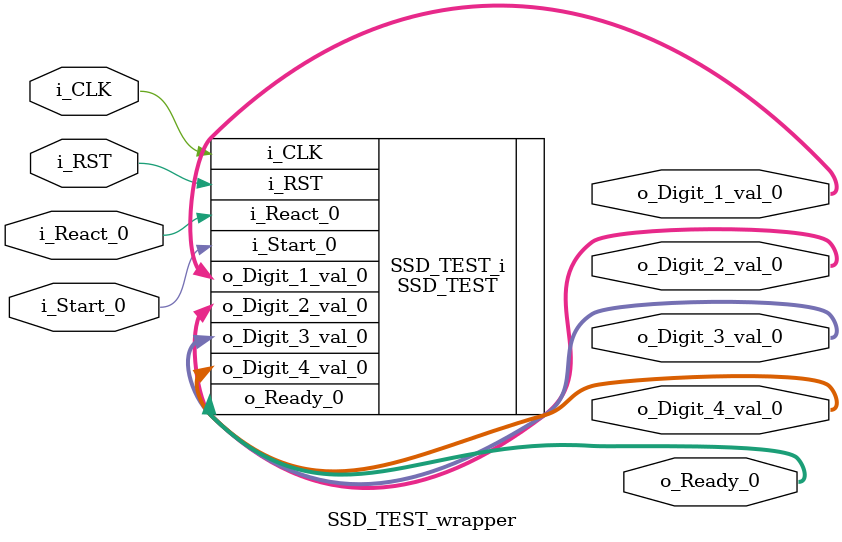
<source format=v>
`timescale 1 ps / 1 ps

module SSD_TEST_wrapper
   (i_CLK,
    i_RST,
    i_React_0,
    i_Start_0,
    o_Digit_1_val_0,
    o_Digit_2_val_0,
    o_Digit_3_val_0,
    o_Digit_4_val_0,
    o_Ready_0);
  input i_CLK;
  input i_RST;
  input i_React_0;
  input i_Start_0;
  output [3:0]o_Digit_1_val_0;
  output [3:0]o_Digit_2_val_0;
  output [3:0]o_Digit_3_val_0;
  output [3:0]o_Digit_4_val_0;
  output [1:0]o_Ready_0;

  wire i_CLK;
  wire i_RST;
  wire i_React_0;
  wire i_Start_0;
  wire [3:0]o_Digit_1_val_0;
  wire [3:0]o_Digit_2_val_0;
  wire [3:0]o_Digit_3_val_0;
  wire [3:0]o_Digit_4_val_0;
  wire [1:0]o_Ready_0;

  SSD_TEST SSD_TEST_i
       (.i_CLK(i_CLK),
        .i_RST(i_RST),
        .i_React_0(i_React_0),
        .i_Start_0(i_Start_0),
        .o_Digit_1_val_0(o_Digit_1_val_0),
        .o_Digit_2_val_0(o_Digit_2_val_0),
        .o_Digit_3_val_0(o_Digit_3_val_0),
        .o_Digit_4_val_0(o_Digit_4_val_0),
        .o_Ready_0(o_Ready_0));
endmodule

</source>
